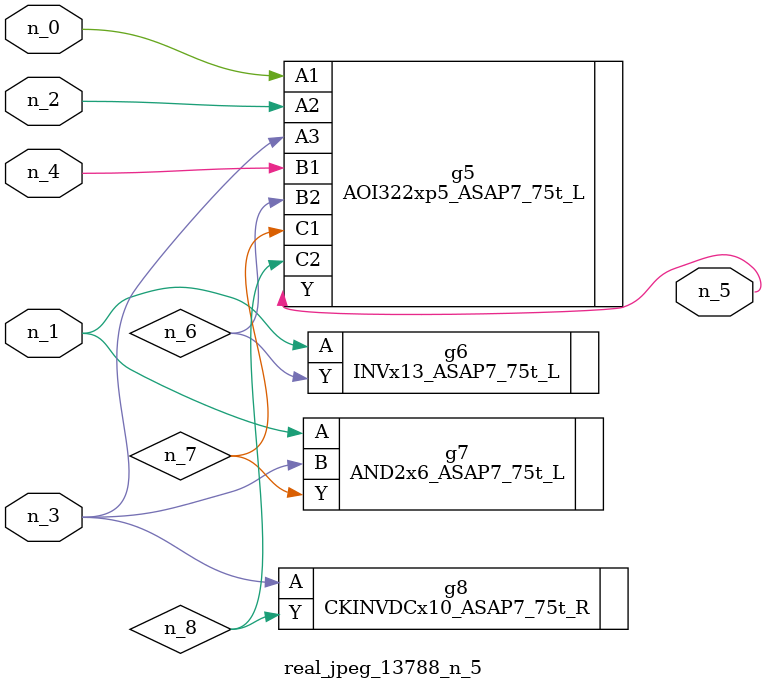
<source format=v>
module real_jpeg_13788_n_5 (n_4, n_0, n_1, n_2, n_3, n_5);

input n_4;
input n_0;
input n_1;
input n_2;
input n_3;

output n_5;

wire n_8;
wire n_6;
wire n_7;

AOI322xp5_ASAP7_75t_L g5 ( 
.A1(n_0),
.A2(n_2),
.A3(n_3),
.B1(n_4),
.B2(n_6),
.C1(n_7),
.C2(n_8),
.Y(n_5)
);

INVx13_ASAP7_75t_L g6 ( 
.A(n_1),
.Y(n_6)
);

AND2x6_ASAP7_75t_L g7 ( 
.A(n_1),
.B(n_3),
.Y(n_7)
);

CKINVDCx10_ASAP7_75t_R g8 ( 
.A(n_3),
.Y(n_8)
);


endmodule
</source>
